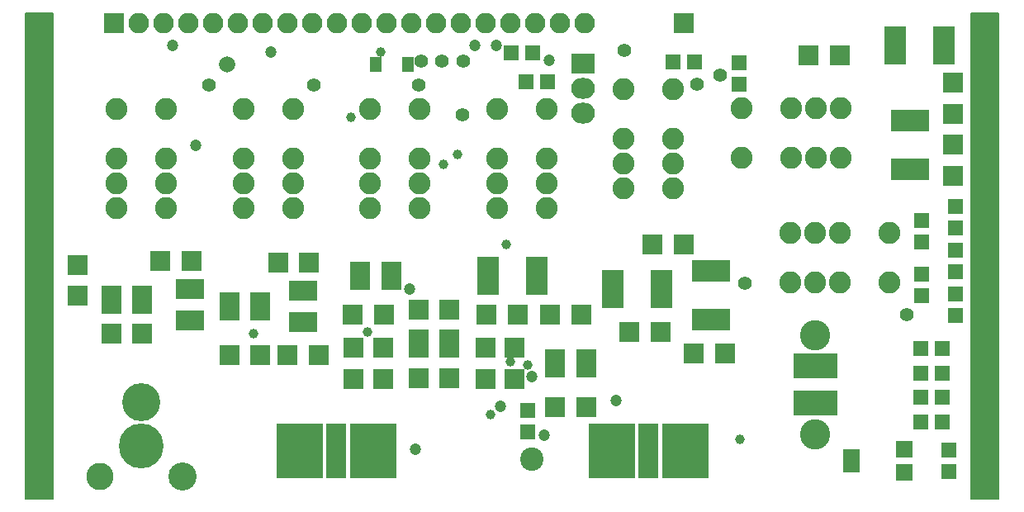
<source format=gts>
G04 #@! TF.GenerationSoftware,KiCad,Pcbnew,5.0.2-bee76a0~70~ubuntu16.04.1*
G04 #@! TF.CreationDate,2019-02-20T20:44:02-08:00*
G04 #@! TF.ProjectId,n2adr,6e326164-722e-46b6-9963-61645f706362,E5b8*
G04 #@! TF.SameCoordinates,PX3dfd240PY3473bc0*
G04 #@! TF.FileFunction,Soldermask,Top*
G04 #@! TF.FilePolarity,Negative*
%FSLAX46Y46*%
G04 Gerber Fmt 4.6, Leading zero omitted, Abs format (unit mm)*
G04 Created by KiCad (PCBNEW 5.0.2-bee76a0~70~ubuntu16.04.1) date Wed 20 Feb 2019 08:44:02 PM PST*
%MOMM*%
%LPD*%
G01*
G04 APERTURE LIST*
%ADD10C,2.250000*%
%ADD11R,3.900000X2.200000*%
%ADD12R,1.650000X1.600000*%
%ADD13R,1.600000X1.650000*%
%ADD14R,2.000000X2.000000*%
%ADD15C,3.100020*%
%ADD16R,2.600000X2.600000*%
%ADD17C,1.400000*%
%ADD18R,2.000000X2.900000*%
%ADD19R,2.900000X2.000000*%
%ADD20R,2.200000X3.900000*%
%ADD21R,2.000000X5.600000*%
%ADD22R,4.800000X5.600000*%
%ADD23R,2.432000X2.127200*%
%ADD24O,2.432000X2.127200*%
%ADD25R,2.100000X2.100000*%
%ADD26O,2.100000X2.100000*%
%ADD27C,2.398980*%
%ADD28C,4.600000*%
%ADD29C,3.900000*%
%ADD30C,2.880000*%
%ADD31C,2.800000*%
%ADD32R,1.700000X1.700000*%
%ADD33R,1.700000X2.400000*%
%ADD34R,1.300000X1.600000*%
%ADD35C,1.670000*%
%ADD36C,1.000000*%
%ADD37C,1.200000*%
%ADD38C,0.200000*%
G04 APERTURE END LIST*
D10*
G04 #@! TO.C,K3*
X53540000Y-9920000D03*
X53540000Y-15000000D03*
X53540000Y-17540000D03*
X53540000Y-20080000D03*
X48460000Y-20080000D03*
X48460000Y-17540000D03*
X48460000Y-15000000D03*
X48460000Y-9920000D03*
G04 #@! TD*
G04 #@! TO.C,K4*
X40540000Y-9920000D03*
X40540000Y-15000000D03*
X40540000Y-17540000D03*
X40540000Y-20080000D03*
X35460000Y-20080000D03*
X35460000Y-17540000D03*
X35460000Y-15000000D03*
X35460000Y-9920000D03*
G04 #@! TD*
D11*
G04 #@! TO.C,L2*
X70400000Y-31500000D03*
X70400000Y-26500000D03*
G04 #@! TD*
D12*
G04 #@! TO.C,C1*
X73300000Y-5200000D03*
X73300000Y-7400000D03*
G04 #@! TD*
D13*
G04 #@! TO.C,C2*
X68700000Y-5100000D03*
X66500000Y-5100000D03*
G04 #@! TD*
G04 #@! TO.C,C4*
X53600000Y-7100000D03*
X51400000Y-7100000D03*
G04 #@! TD*
D14*
G04 #@! TO.C,C8*
X65200000Y-32800000D03*
X62000000Y-32800000D03*
G04 #@! TD*
G04 #@! TO.C,C9*
X68600000Y-35000000D03*
X71800000Y-35000000D03*
G04 #@! TD*
G04 #@! TO.C,C10*
X64400000Y-23800000D03*
X67600000Y-23800000D03*
G04 #@! TD*
D15*
G04 #@! TO.C,JP1*
X81100000Y-43300000D03*
X81100000Y-33140000D03*
G04 #@! TD*
D16*
G04 #@! TO.C,L3*
X80100000Y-40100000D03*
X82100000Y-36300000D03*
X82100000Y-40100000D03*
X80100000Y-36300000D03*
G04 #@! TD*
D17*
G04 #@! TO.C,P3*
X44900000Y-10500000D03*
G04 #@! TD*
G04 #@! TO.C,P6*
X18900000Y-7500000D03*
G04 #@! TD*
D13*
G04 #@! TO.C,R2*
X94100000Y-34500000D03*
X91900000Y-34500000D03*
G04 #@! TD*
G04 #@! TO.C,R3*
X91900000Y-42000000D03*
X94100000Y-42000000D03*
G04 #@! TD*
G04 #@! TO.C,R6*
X94100000Y-39500000D03*
X91900000Y-39500000D03*
G04 #@! TD*
G04 #@! TO.C,R7*
X91900000Y-37000000D03*
X94100000Y-37000000D03*
G04 #@! TD*
D14*
G04 #@! TO.C,C21*
X95200000Y-16800000D03*
X95200000Y-13600000D03*
G04 #@! TD*
G04 #@! TO.C,C22*
X95200000Y-7200000D03*
X95200000Y-10400000D03*
G04 #@! TD*
G04 #@! TO.C,C23*
X83600000Y-4400000D03*
X80400000Y-4400000D03*
G04 #@! TD*
G04 #@! TO.C,C24*
X5500000Y-25900000D03*
X5500000Y-29100000D03*
G04 #@! TD*
G04 #@! TO.C,C25*
X8900000Y-33000000D03*
X12100000Y-33000000D03*
G04 #@! TD*
G04 #@! TO.C,C26*
X13900000Y-25500000D03*
X17100000Y-25500000D03*
G04 #@! TD*
D18*
G04 #@! TO.C,L7*
X8900000Y-29500000D03*
X12100000Y-29500000D03*
G04 #@! TD*
D19*
G04 #@! TO.C,L8*
X17000000Y-31600000D03*
X17000000Y-28400000D03*
G04 #@! TD*
D14*
G04 #@! TO.C,C32*
X47250000Y-37600000D03*
X47250000Y-34400000D03*
G04 #@! TD*
G04 #@! TO.C,C33*
X33750000Y-37600000D03*
X33750000Y-34400000D03*
G04 #@! TD*
G04 #@! TO.C,C34*
X24200000Y-35200000D03*
X21000000Y-35200000D03*
G04 #@! TD*
G04 #@! TO.C,C35*
X50600000Y-31000000D03*
X47400000Y-31000000D03*
G04 #@! TD*
G04 #@! TO.C,C36*
X36850000Y-31000000D03*
X33650000Y-31000000D03*
G04 #@! TD*
G04 #@! TO.C,C37*
X50250000Y-37600000D03*
X50250000Y-34400000D03*
G04 #@! TD*
G04 #@! TO.C,C38*
X36750000Y-37600000D03*
X36750000Y-34400000D03*
G04 #@! TD*
G04 #@! TO.C,C39*
X27000000Y-35200000D03*
X30200000Y-35200000D03*
G04 #@! TD*
G04 #@! TO.C,C40*
X57100000Y-31000000D03*
X53900000Y-31000000D03*
G04 #@! TD*
G04 #@! TO.C,C41*
X43600000Y-30500000D03*
X40400000Y-30500000D03*
G04 #@! TD*
G04 #@! TO.C,C42*
X54400000Y-40500000D03*
X57600000Y-40500000D03*
G04 #@! TD*
G04 #@! TO.C,C43*
X40400000Y-37500000D03*
X43600000Y-37500000D03*
G04 #@! TD*
G04 #@! TO.C,C44*
X26000000Y-25700000D03*
X29200000Y-25700000D03*
G04 #@! TD*
D18*
G04 #@! TO.C,L10*
X34400000Y-27000000D03*
X37600000Y-27000000D03*
G04 #@! TD*
G04 #@! TO.C,L11*
X21000000Y-30200000D03*
X24200000Y-30200000D03*
G04 #@! TD*
G04 #@! TO.C,L13*
X40400000Y-34000000D03*
X43600000Y-34000000D03*
G04 #@! TD*
D19*
G04 #@! TO.C,L14*
X28600000Y-31800000D03*
X28600000Y-28600000D03*
G04 #@! TD*
D17*
G04 #@! TO.C,P1*
X71300000Y-6500000D03*
G04 #@! TD*
G04 #@! TO.C,P2*
X69000000Y-7400000D03*
G04 #@! TD*
G04 #@! TO.C,P4*
X40400000Y-7500000D03*
G04 #@! TD*
G04 #@! TO.C,P5*
X29700000Y-7500000D03*
G04 #@! TD*
D20*
G04 #@! TO.C,L1*
X60300000Y-28400000D03*
X65300000Y-28400000D03*
G04 #@! TD*
D11*
G04 #@! TO.C,L5*
X90800000Y-16100000D03*
X90800000Y-11100000D03*
G04 #@! TD*
D20*
G04 #@! TO.C,L6*
X94300000Y-3400000D03*
X89300000Y-3400000D03*
G04 #@! TD*
G04 #@! TO.C,L9*
X47500000Y-27000000D03*
X52500000Y-27000000D03*
G04 #@! TD*
D18*
G04 #@! TO.C,L12*
X54400000Y-36000000D03*
X57600000Y-36000000D03*
G04 #@! TD*
D12*
G04 #@! TO.C,C50*
X51600000Y-40800000D03*
X51600000Y-43000000D03*
G04 #@! TD*
D17*
G04 #@! TO.C,P7*
X90500000Y-31000000D03*
G04 #@! TD*
D12*
G04 #@! TO.C,C47*
X92000000Y-21400000D03*
X92000000Y-23600000D03*
G04 #@! TD*
G04 #@! TO.C,C48*
X95500000Y-26600000D03*
X95500000Y-24400000D03*
G04 #@! TD*
G04 #@! TO.C,C49*
X92000000Y-26900000D03*
X92000000Y-29100000D03*
G04 #@! TD*
G04 #@! TO.C,L4*
X95500000Y-31100000D03*
X95500000Y-28900000D03*
G04 #@! TD*
G04 #@! TO.C,L15*
X95500000Y-19900000D03*
X95500000Y-22100000D03*
G04 #@! TD*
D21*
G04 #@! TO.C,CN4*
X64000000Y-45000000D03*
D22*
X60200000Y-45000000D03*
X67800000Y-45000000D03*
G04 #@! TD*
D21*
G04 #@! TO.C,CN3*
X32000000Y-45000000D03*
D22*
X28200000Y-45000000D03*
X35800000Y-45000000D03*
G04 #@! TD*
D12*
G04 #@! TO.C,R1*
X94800000Y-47100000D03*
X94800000Y-44900000D03*
G04 #@! TD*
D10*
G04 #@! TO.C,K1*
X73520000Y-9860000D03*
X78600000Y-9860000D03*
X81140000Y-9860000D03*
X83680000Y-9860000D03*
X83680000Y-14940000D03*
X81140000Y-14940000D03*
X78600000Y-14940000D03*
X73520000Y-14940000D03*
G04 #@! TD*
G04 #@! TO.C,K2*
X66540000Y-7920000D03*
X66540000Y-13000000D03*
X66540000Y-15540000D03*
X66540000Y-18080000D03*
X61460000Y-18080000D03*
X61460000Y-15540000D03*
X61460000Y-13000000D03*
X61460000Y-7920000D03*
G04 #@! TD*
G04 #@! TO.C,K5*
X27540000Y-9920000D03*
X27540000Y-15000000D03*
X27540000Y-17540000D03*
X27540000Y-20080000D03*
X22460000Y-20080000D03*
X22460000Y-17540000D03*
X22460000Y-15000000D03*
X22460000Y-9920000D03*
G04 #@! TD*
G04 #@! TO.C,K6*
X14540000Y-9920000D03*
X14540000Y-15000000D03*
X14540000Y-17540000D03*
X14540000Y-20080000D03*
X9460000Y-20080000D03*
X9460000Y-17540000D03*
X9460000Y-15000000D03*
X9460000Y-9920000D03*
G04 #@! TD*
G04 #@! TO.C,K7*
X88680000Y-27740000D03*
X83600000Y-27740000D03*
X81060000Y-27740000D03*
X78520000Y-27740000D03*
X78520000Y-22660000D03*
X81060000Y-22660000D03*
X83600000Y-22660000D03*
X88680000Y-22660000D03*
G04 #@! TD*
D23*
G04 #@! TO.C,CN5*
X57300000Y-5300000D03*
D24*
X57300000Y-7840000D03*
X57300000Y-10380000D03*
G04 #@! TD*
D25*
G04 #@! TO.C,J3*
X67588000Y-1134000D03*
G04 #@! TD*
G04 #@! TO.C,CN2*
X9168000Y-1134000D03*
D26*
X11708000Y-1134000D03*
X14248000Y-1134000D03*
X16788000Y-1134000D03*
X19328000Y-1134000D03*
X21868000Y-1134000D03*
X24408000Y-1134000D03*
X26948000Y-1134000D03*
X29488000Y-1134000D03*
X32028000Y-1134000D03*
X34568000Y-1134000D03*
X37108000Y-1134000D03*
X39648000Y-1134000D03*
X42188000Y-1134000D03*
X44728000Y-1134000D03*
X47268000Y-1134000D03*
X49808000Y-1134000D03*
X52348000Y-1134000D03*
X54888000Y-1134000D03*
X57428000Y-1134000D03*
G04 #@! TD*
D27*
G04 #@! TO.C,P13*
X52000000Y-45800000D03*
G04 #@! TD*
D17*
G04 #@! TO.C,P8*
X42800000Y-5000000D03*
G04 #@! TD*
G04 #@! TO.C,P14*
X40700000Y-5000000D03*
G04 #@! TD*
G04 #@! TO.C,P16*
X45000000Y-5000000D03*
G04 #@! TD*
D28*
G04 #@! TO.C,CN1*
X12000000Y-44500000D03*
D29*
X12000000Y-40000000D03*
D30*
X16250000Y-47650000D03*
D31*
X7750000Y-47650000D03*
G04 #@! TD*
D32*
G04 #@! TO.C,RV1*
X90250000Y-44850000D03*
D33*
X84750000Y-46000000D03*
D32*
X90250000Y-47150000D03*
G04 #@! TD*
D34*
G04 #@! TO.C,D3*
X36050000Y-5400000D03*
X39350000Y-5400000D03*
G04 #@! TD*
D13*
G04 #@! TO.C,FB1*
X49900000Y-4200000D03*
X52100000Y-4200000D03*
G04 #@! TD*
D35*
G04 #@! TO.C,P15*
X20800000Y-5400000D03*
G04 #@! TD*
D36*
X73400000Y-43800000D03*
X49800000Y-35800000D03*
X43000000Y-15600000D03*
X44400000Y-14600000D03*
X33500000Y-10800000D03*
X23500000Y-33000000D03*
X35200000Y-32800000D03*
X49400000Y-23800000D03*
X51600000Y-36200000D03*
X47800000Y-41300000D03*
D17*
X73900000Y-27800000D03*
D37*
X60700000Y-39800000D03*
X53300000Y-43400000D03*
X40100000Y-44800000D03*
X52000000Y-37400000D03*
X39500000Y-28400000D03*
X15200000Y-3400000D03*
D17*
X61500000Y-3900000D03*
D37*
X48800000Y-40400000D03*
D36*
X36500000Y-4100000D03*
D37*
X25300000Y-4100000D03*
X48400000Y-3400000D03*
X46200000Y-3400000D03*
X17600000Y-13700000D03*
X53800000Y-4900000D03*
D38*
G36*
X2900000Y-49900000D02*
X100000Y-49900000D01*
X100000Y-100000D01*
X2900000Y-100000D01*
X2900000Y-49900000D01*
X2900000Y-49900000D01*
G37*
X2900000Y-49900000D02*
X100000Y-49900000D01*
X100000Y-100000D01*
X2900000Y-100000D01*
X2900000Y-49900000D01*
G36*
X99900000Y-49900000D02*
X97100000Y-49900000D01*
X97100000Y-100000D01*
X99900000Y-100000D01*
X99900000Y-49900000D01*
X99900000Y-49900000D01*
G37*
X99900000Y-49900000D02*
X97100000Y-49900000D01*
X97100000Y-100000D01*
X99900000Y-100000D01*
X99900000Y-49900000D01*
M02*

</source>
